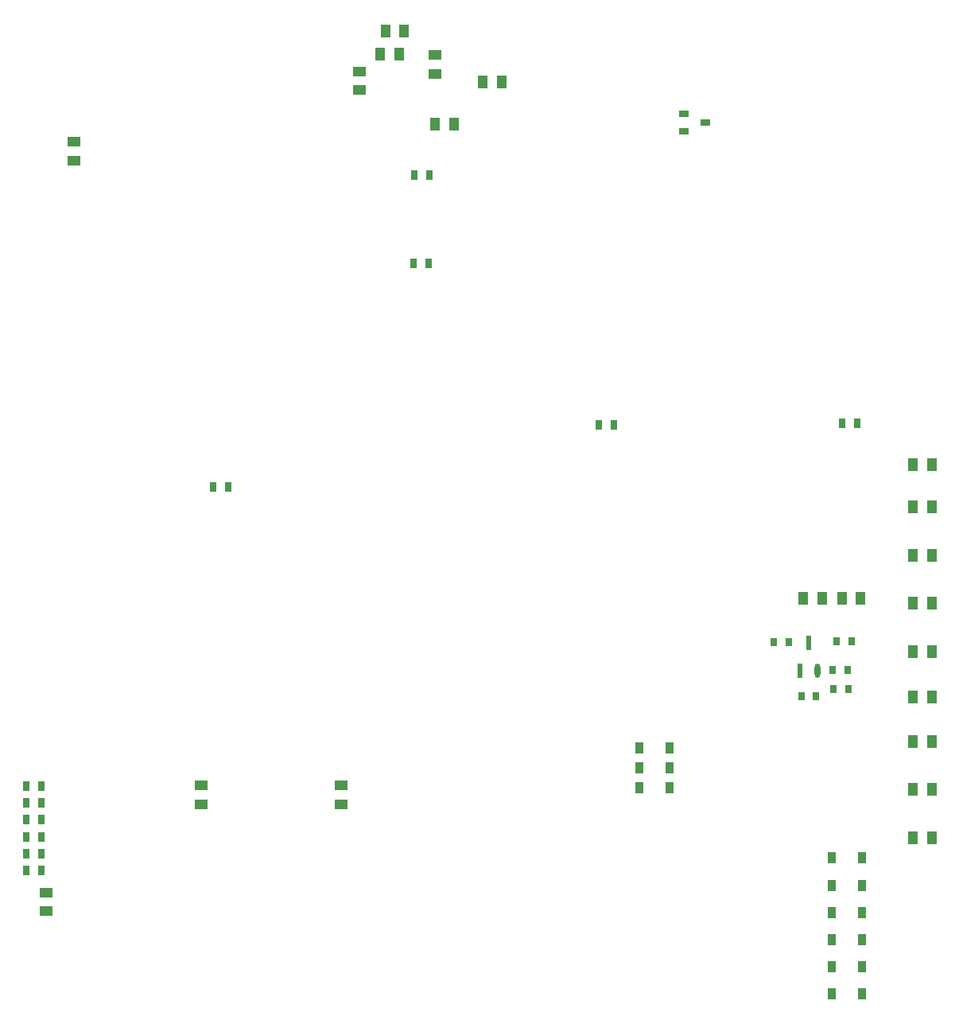
<source format=gbp>
G04*
G04 #@! TF.GenerationSoftware,Altium Limited,Altium Designer,20.0.13 (296)*
G04*
G04 Layer_Color=128*
%FSLAX44Y44*%
%MOMM*%
G71*
G01*
G75*
%ADD27R,1.4000X1.0000*%
%ADD31R,0.8000X1.0000*%
%ADD32R,1.0000X1.4000*%
%ADD45R,1.1000X0.8000*%
%ADD148R,0.7000X0.9000*%
%ADD149R,0.6000X1.5000*%
%ADD150O,0.6000X1.5000*%
%ADD151R,0.9100X1.2200*%
D27*
X44750Y165000D02*
D03*
Y185000D02*
D03*
X74750Y984000D02*
D03*
Y964000D02*
D03*
X359250Y279000D02*
D03*
Y299000D02*
D03*
X209750Y279000D02*
D03*
Y299000D02*
D03*
X378500Y1059000D02*
D03*
Y1039000D02*
D03*
X459250Y1076250D02*
D03*
Y1056250D02*
D03*
D31*
X892500Y684500D02*
D03*
X908500D02*
D03*
X453000Y948750D02*
D03*
X437000D02*
D03*
X633250Y683000D02*
D03*
X649250D02*
D03*
X452000Y854750D02*
D03*
X436000D02*
D03*
X222750Y616750D02*
D03*
X238750D02*
D03*
X24250Y208750D02*
D03*
X40250D02*
D03*
X24250Y298250D02*
D03*
X40250D02*
D03*
X24250Y280350D02*
D03*
X40250D02*
D03*
X24250Y226650D02*
D03*
X40250D02*
D03*
X24250Y244550D02*
D03*
X40250D02*
D03*
X24250Y262450D02*
D03*
X40250D02*
D03*
D32*
X871250Y498000D02*
D03*
X851250D02*
D03*
X892250Y498250D02*
D03*
X912250D02*
D03*
X400750Y1077000D02*
D03*
X420750D02*
D03*
X406250Y1102250D02*
D03*
X426250D02*
D03*
X479250Y1003000D02*
D03*
X459250D02*
D03*
X530250Y1047500D02*
D03*
X510250D02*
D03*
X968250Y243500D02*
D03*
X988250D02*
D03*
X968250Y294750D02*
D03*
X988250D02*
D03*
X968250Y345750D02*
D03*
X988250D02*
D03*
X968250Y393000D02*
D03*
X988250D02*
D03*
X968250Y441750D02*
D03*
X988250D02*
D03*
X968250Y492750D02*
D03*
X988250D02*
D03*
X968250Y543500D02*
D03*
X988250D02*
D03*
X968250Y595250D02*
D03*
X988250D02*
D03*
X968250Y640500D02*
D03*
X988250D02*
D03*
D45*
X724250Y995000D02*
D03*
Y1014000D02*
D03*
X746750Y1004500D02*
D03*
D148*
X835500Y452000D02*
D03*
X819500D02*
D03*
X886500Y452250D02*
D03*
X902500D02*
D03*
X898750Y421750D02*
D03*
X882750D02*
D03*
X883250Y401500D02*
D03*
X899250D02*
D03*
X849000Y393750D02*
D03*
X865000D02*
D03*
D149*
X856750Y450750D02*
D03*
X847250Y421250D02*
D03*
D150*
X866250D02*
D03*
D151*
X709100Y296250D02*
D03*
X676400D02*
D03*
X709100Y339250D02*
D03*
X676400D02*
D03*
X709100Y317500D02*
D03*
X676400D02*
D03*
X914100Y192850D02*
D03*
X881400D02*
D03*
X914100Y77250D02*
D03*
X881400D02*
D03*
X914100Y163950D02*
D03*
X881400D02*
D03*
X914100Y221750D02*
D03*
X881400D02*
D03*
X914100Y106150D02*
D03*
X881400D02*
D03*
X914100Y135050D02*
D03*
X881400D02*
D03*
M02*

</source>
